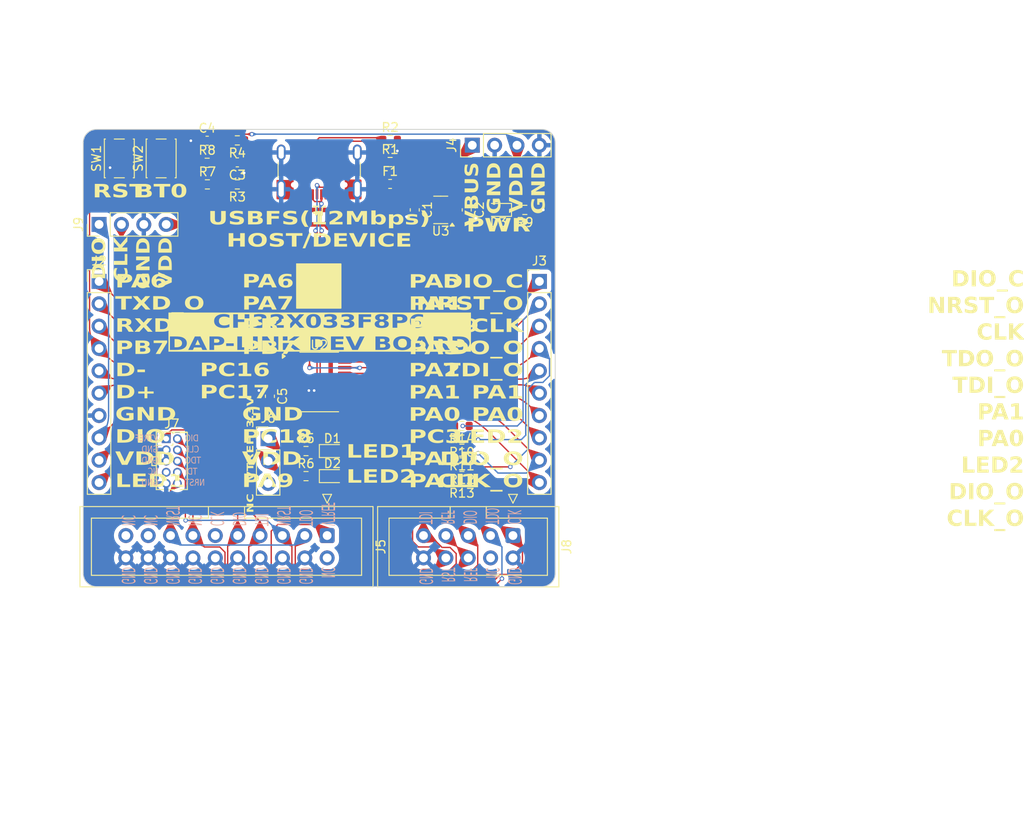
<source format=kicad_pcb>
(kicad_pcb (version 20240108) (generator "pcbnew") (generator_version "8.0")
  (layers (0 "F.Cu" signal) (31 "B.Cu" signal) (34 "B.Paste" user) (35 "F.Paste" user) (36 "B.SilkS" user "B.Silkscreen") (37 "F.SilkS" user "F.Silkscreen") (38 "B.Mask" user) (39 "F.Mask" user) (44 "Edge.Cuts" user))
  (net 0 "")
  (net 1 "/dap_link_x033/VBUS_DAP")
  (net 2 "/dap_link_x033/GND_DAP")
  (net 3 "/dap_link_x033/VDD_DAP")
  (net 4 "/dap_link_x033/VBUS_IN")
  (net 6 "/dap_link_x033/D+")
  (net 8 "/dap_link_x033/D-")
  (net 9 "Net-(J1-CC2)")
  (net 10 "Net-(J1-CC1)")
  (net 11 "/dap_link_x033/LED1")
  (net 12 "/dap_link_x033/RXD_O")
  (net 13 "/dap_link_x033/TXD_O")
  (net 14 "/dap_link_x033/DIO")
  (net 15 "/dap_link_x033/PA6_RESERVE")
  (net 16 "/dap_link_x033/PB7_RESERVE")
  (net 17 "/dap_link_x033/TDI_O")
  (net 18 "/dap_link_x033/DIO_C")
  (net 19 "/dap_link_x033/TDO_O")
  (net 20 "/dap_link_x033/PA0_RESERVE")
  (net 21 "/dap_link_x033/CLK")
  (net 22 "/dap_link_x033/NRST_O")
  (net 23 "/dap_link_x033/PA1_RESERVE")
  (net 24 "/dap_link_x033/DIO_O")
  (net 25 "/dap_link_x033/LED2")
  (net 26 "/dap_link_x033/CLK_O")
  (net 27 "Net-(D1-K)")
  (net 28 "Net-(D2-K)")
  (net 29 "Net-(R3-Pad1)")
  (net 30 "Net-(R7-Pad1)")
  (net 31 "Net-(D3-K)")
  (net 37 "/dap_link_x033/VTREF")
  (net 40 "Net-(C4-Pad2)")
  (net 41 "/dap_link_x033/TDO_OO")
  (net 42 "/dap_link_x033/DIO_OO")
  (net 43 "/dap_link_x033/NRST_OO")
  (net 44 "/dap_link_x033/TDI_OO")
  (footprint "Resistor_SMD:R_0603_1608Metric" (layer "F.Cu") (at 158.33 72.1 180)
    (property "Reference" "R11")
    (property "Value" "33R")
  )
  (footprint "Resistor_SMD:R_0603_1608Metric" (layer "F.Cu") (at 132.83 36.55 180)
    (property "Reference" "R4")
    (property "Value" "10k")
  )
  (footprint "Resistor_SMD:R_0603_1608Metric" (layer "F.Cu") (at 165.48 44.45 180)
    (property "Reference" "R9")
    (property "Value" "5.1k")
  )
  (footprint "Capacitor_SMD:C_0603_1608Metric" (layer "F.Cu") (at 129.405 36.59)
    (property "Reference" "C4")
    (property "Value" "100nF")
  )
  (footprint "Resistor_SMD:R_0603_1608Metric" (layer "F.Cu") (at 150.18 36.5)
    (property "Reference" "R2")
    (property "Value" "5.1k")
  )
  (footprint "Connector_PinHeader_2.54mm:PinHeader_1x03_P2.54mm_Vertical" (layer "F.Cu") (at 136.33 70.45)
    (property "Reference" "J6")
    (property "Value" "Conn_01x03_Pin")
  )
  (footprint "Resistor_SMD:R_0603_1608Metric" (layer "F.Cu") (at 129.43 41.55)
    (property "Reference" "R7")
    (property "Value" "1k")
  )
  (footprint "Resistor_SMD:R_0603_1608Metric" (layer "F.Cu") (at 132.83 41.55 180)
    (property "Reference" "R3")
    (property "Value" "1k")
  )
  (footprint "Connector_USB:USB_C_Receptacle_GCT_USB4105-xx-A_16P_TopMnt_Horizontal" (layer "F.Cu") (at 142.13 39 180)
    (property "Reference" "J1")
    (property "Value" "USB_C_Receptacle_USB2.0_16P")
  )
  (footprint "LED_SMD:LED_0603_1608Metric" (layer "F.Cu") (at 143.63 71.85)
    (property "Reference" "D1")
    (property "Value" "LED")
  )
  (footprint "Connector_IDC:IDC-Header_2x10_P2.54mm_Vertical" (layer "F.Cu") (at 143.03 81.45 -90)
    (property "Reference" "J5")
    (property "Value" "Conn_ARM_JTAG_SWD_20")
  )
  (footprint "Capacitor_SMD:C_0603_1608Metric" (layer "F.Cu") (at 136.53 65.625 -90)
    (property "Reference" "C5")
    (property "Value" "100nF")
  )
  (footprint "LED_SMD:LED_0603_1608Metric" (layer "F.Cu") (at 162.48 44.45 180)
    (property "Reference" "D3")
    (property "Value" "LED")
  )
  (footprint "Resistor_SMD:R_0603_1608Metric" (layer "F.Cu") (at 158.33 73.65 180)
    (property "Reference" "R12")
    (property "Value" "33R")
  )
  (footprint "Connector_PinHeader_2.54mm:PinHeader_1x10_P2.54mm_Vertical" (layer "F.Cu") (at 167.130001 52.575)
    (property "Reference" "J3")
    (property "Value" "Conn_01x10")
  )
  (footprint "Resistor_SMD:R_0603_1608Metric" (layer "F.Cu") (at 150.18 39.01)
    (property "Reference" "R1")
    (property "Value" "5.1k")
  )
  (footprint "Capacitor_SMD:C_0603_1608Metric" (layer "F.Cu") (at 158.88 44.45 -90)
    (property "Reference" "C2")
    (property "Value" "1uF")
  )
  (footprint "Connector_IDC:IDC-Header_2x05_P2.54mm_Vertical" (layer "F.Cu") (at 164.129999 81.4525 -90)
    (property "Reference" "J8")
    (property "Value" "Microsemi_FlashPro-JTAG-10")
  )
  (footprint "Package_TO_SOT_SMD:SOT-23-3" (layer "F.Cu") (at 155.93 44.45 180)
    (property "Reference" "U3")
    (property "Value" "XC6206PxxxMR")
  )
  (footprint "Button_Switch_SMD:SW_SPST_PTS810" (layer "F.Cu") (at 124.18 38.6 90)
    (property "Reference" "SW2")
    (property "Value" "Push_Button")
  )
  (footprint "Resistor_SMD:R_0603_1608Metric" (layer "F.Cu") (at 158.33 75.2 180)
    (property "Reference" "R13")
    (property "Value" "33R")
  )
  (footprint "Resistor_SMD:R_0603_1608Metric" (layer "F.Cu") (at 158.33 70.55 180)
    (property "Reference" "R10")
    (property "Value" "33R")
  )
  (footprint "Package_SO:TSSOP-20_4.4x6.5mm_P0.65mm" (layer "F.Cu") (at 142.13 64)
    (property "Reference" "U2")
    (property "Value" "CH32X033F8P6")
  )
  (footprint "Resistor_SMD:R_0603_1608Metric" (layer "F.Cu") (at 129.405 39.1)
    (property "Reference" "R8")
    (property "Value" "10k")
  )
  (footprint "Resistor_SMD:R_0603_1608Metric" (layer "F.Cu") (at 158.33 69 180)
    (property "Reference" "R14")
    (property "Value" "33R")
  )
  (footprint "Connector_PinHeader_2.54mm:PinHeader_1x10_P2.54mm_Vertical" (layer "F.Cu") (at 117.129999 52.575)
    (property "Reference" "J2")
    (property "Value" "Conn_01x10")
  )
  (footprint "Connector_PinHeader_2.54mm:PinHeader_1x04_P2.54mm_Vertical" (layer "F.Cu") (at 159.51 37.1 90)
    (property "Reference" "J4")
    (property "Value" "Conn_01x04")
  )
  (footprint "Resistor_SMD:R_0603_1608Metric" (layer "F.Cu") (at 140.63 74.7)
    (property "Reference" "R6")
    (property "Value" "5.1k")
  )
  (footprint "Capacitor_SMD:C_0603_1608Metric" (layer "F.Cu") (at 152.98 44.45 -90)
    (property "Reference" "C1")
    (property "Value" "1uF")
  )
  (footprint "Capacitor_SMD:C_0603_1608Metric" (layer "F.Cu") (at 132.83 39.05 180)
    (property "Reference" "C3")
    (property "Value" "100nF")
  )
  (footprint "Connector_PinHeader_2.54mm:PinHeader_1x04_P2.54mm_Vertical" (layer "F.Cu") (at 117.13 46.1 90)
    (property "Reference" "J9")
    (property "Value" "Conn_01x04")
  )
  (footprint "LED_SMD:LED_0603_1608Metric" (layer "F.Cu") (at 143.63 74.7)
    (property "Reference" "D2")
    (property "Value" "LED")
  )
  (footprint "Connector_PinHeader_1.27mm:PinHeader_2x05_P1.27mm_Vertical" (layer "F.Cu") (at 124.755 70.45)
    (property "Reference" "J7")
    (property "Value" "Conn_ARM_JTAG_SWD_10")
  )
  (footprint "Button_Switch_SMD:SW_SPST_PTS810" (layer "F.Cu") (at 119.43 38.6 90)
    (property "Reference" "SW1")
    (property "Value" "Push_Button")
  )
  (footprint "Fuse:Fuse_0603_1608Metric" (layer "F.Cu") (at 150.18 41.5)
    (property "Reference" "F1")
    (property "Value" "500mA")
  )
  (footprint "Resistor_SMD:R_0603_1608Metric" (layer "F.Cu") (at 140.63 71.85)
    (property "Reference" "R5")
    (property "Value" "5.1k")
  )
  (gr_rect (start 160.977555 43.05) (end 161.18 44.139792) (stroke (width 0.2)) (fill solid) (layer "F.Cu") (net 3))
  (gr_rect (start 119.98 35.8) (end 121.03 37.25) (stroke (width 0.2)) (fill solid) (layer "F.Cu") (net 29))
  (gr_circle (center 139.58 73.7) (end 139.63 73.6) (stroke (width 0.2)) (fill solid) (layer "F.Cu") (net 3))
  (gr_rect (start 119.98 40) (end 121.03 41.45) (stroke (width 0.2)) (fill solid) (layer "F.Cu") (net 29))
  (gr_rect (start 137.38 41.15) (end 139.13 43.15) (stroke (width 0.2)) (fill solid) (layer "F.Cu") (net 2))
  (gr_circle (center 160.78 43.7) (end 161.03 43.7) (stroke (width 0.2)) (fill solid) (layer "F.Cu") (net 3))
  (gr_circle (center 144.53 44.4) (end 144.88 44.1) (stroke (width 0.2)) (fill solid) (layer "F.Cu") (net 4))
  (gr_rect (start 122.58 35.775) (end 123.63 37.225) (stroke (width 0.2)) (fill solid) (layer "F.Cu") (net 40))
  (gr_rect (start 117.83 35.775) (end 118.88 37.225) (stroke (width 0.2)) (fill solid) (layer "F.Cu") (net 2))
  (gr_rect (start 124.73 35.8) (end 125.78 37.25) (stroke (width 0.2)) (fill solid) (layer "F.Cu") (net 30))
  (gr_rect (start 145.13 41.1) (end 146.83 43.15) (stroke (width 0.2)) (fill solid) (layer "F.Cu") (net 2))
  (gr_rect (start 117.83 39.675) (end 118.88 41.425) (stroke (width 0.2)) (fill solid) (layer "F.Cu") (net 2))
  (gr_rect (start 122.58 39.7) (end 123.63 41.45) (stroke (width 0.2)) (fill solid) (layer "F.Cu") (net 40))
  (gr_circle (center 141.68 80.15) (end 141.68 80.1) (stroke (width 0.2)) (fill solid) (layer "F.Cu") (net 37))
  (gr_circle (center 132.03 40.85) (end 132.03 40.7) (stroke (width 0.2)) (fill solid) (layer "F.Cu") (net 16))
  (gr_rect (start 124.73 40.025) (end 125.78 41.475) (stroke (width 0.2)) (fill solid) (layer "F.Cu") (net 30))
  (gr_circle (center 143.43 46.1) (end 143.88 45.65) (stroke (width 0.2)) (fill solid) (layer "F.Cu") (net 3))
  (gr_line (start 123.625 70.45) (end 123.625 71.21) (stroke (width 0.125)) (layer "F.SilkS"))
  (gr_line (start 123.13 72.500001) (end 123.63 72.5) (stroke (width 0.125)) (layer "F.SilkS"))
  (gr_line (start 124.755 69.69) (end 127.13 69.69) (stroke (width 0.125)) (layer "F.SilkS"))
  (gr_line (start 123.63 73.5) (end 123.13 73.499999) (stroke (width 0.125)) (layer "F.SilkS"))
  (gr_rect (start 139.58 50.6) (end 144.58 55.6) (stroke (width 0.15)) (fill solid) (layer "F.SilkS"))
  (gr_line (start 123.13 73.499999) (end 123.13 72.500001) (stroke (width 0.125)) (layer "F.SilkS"))
  (gr_line (start 115.33 85.75) (end 115.33 36.8) (stroke (width 0.1)) (layer "Edge.Cuts"))
  (gr_arc (start 115.33 36.8) (mid 115.76934 35.73934) (end 116.83 35.3) (stroke (width 0.1)) (layer "Edge.Cuts"))
  (gr_arc (start 167.43 35.3) (mid 168.49066 35.73934) (end 168.93 36.8) (stroke (width 0.1)) (layer "Edge.Cuts"))
  (gr_arc (start 168.93 85.75) (mid 168.49066 86.81066) (end 167.43 87.25) (stroke (width 0.1)) (layer "Edge.Cuts"))
  (gr_line (start 116.83 35.3) (end 167.43 35.3) (stroke (width 0.1)) (layer "Edge.Cuts"))
  (gr_arc (start 116.83 87.25) (mid 115.76934 86.81066) (end 115.33 85.75) (stroke (width 0.1)) (layer "Edge.Cuts"))
  (gr_line (start 168.93 36.8) (end 168.93 85.75) (stroke (width 0.1)) (layer "Edge.Cuts"))
  (gr_line (start 167.43 87.25) (end 116.83 87.25) (stroke (width 0.1)) (layer "Edge.Cuts"))
  (gr_text "NC\nGND\nGND\nGND\nGND\nGND\nGND\nGND\nGND\nGND" (at 131.68 85.05 270) (layer "B.SilkS") (effects (font (size 1.5 0.6) (thickness 0.1)) (justify right mirror)))
  (gr_text "VTREF\nGND\nGND\nNC\nGND" (at 123.88 72.95 0) (layer "B.SilkS") (effects (font (size 0.75 0.6)) (justify left mirror)))
  (gr_text "VTREF\nTDO\nNRST\nTDI\nDIO\nCLK\nNC\nNRST\nNC\nNC" (at 131.68 80.35 270) (layer "B.SilkS") (effects (font (size 1.5 0.6)) (justify left mirror)))
  (gr_text "GND\nNC\nREF\nRST\nGND" (at 159.18 85.1 270) (layer "B.SilkS") (effects (font (size 1.5 0.6) (thickness 0.1)) (justify right mirror)))
  (gr_text "CLK\nTDO\nDIO\nREF\nTDI" (at 159.13 80.15 270) (layer "B.SilkS") (effects (font (size 1.5 0.6)) (justify left mirror)))
  (gr_text "DIO\nCLK\nTDO\nTDI\nNRST" (at 126.88 72.95 0) (layer "B.SilkS") (effects (font (size 0.75 0.6)) (justify right mirror)))
  (gr_text "RST" (at 119.43 41.525 0) (layer "F.SilkS") (effects (font (size 1.5 2) (thickness 0.3) (bold yes)) (justify top)))
  (gr_text "BT0" (at 124.18 41.525 0) (layer "F.SilkS") (effects (font (size 1.5 2) (thickness 0.3) (bold yes)) (justify top)))
  (gr_text "PWR" (at 162.48 45.4 0) (layer "F.SilkS") (effects (font (size 1.5 2) (thickness 0.3) (bold yes)) (justify top)))
  (gr_text "USBFS(12Mbps)\nHOST/DEVICE" (at 142.13 44.6 0) (layer "F.SilkS") (effects (font (size 1.5 2) (thickness 0.3) (bold yes)) (justify top)))
  (gr_text "DIO\nCLK\nGND\nVDD" (at 120.98 47.55 90) (layer "F.SilkS") (effects (font (size 1.5 1.7) (thickness 0.3) (bold yes)) (justify right)))
  (gr_text "LED2" (at 145.205 74.825 0) (layer "F.SilkS") (effects (font (size 1.5 2) (thickness 0.3) (bold yes)) (justify left)))
  (gr_text "PA6		PA6\nTXD_O	PA7\nRXD_O	PB1\nPB7		PB7\nD-		PC16\nD+		PC17\nGND		GND\nDIO		PC18\nVDD		VDD\nLED1		PA9\n" (at 118.955 63.975 0) (layer "F.SilkS") (effects (font (size 1.5 2) (thickness 0.3) (bold yes)) (justify left)))
  (gr_text "CH32X033F8P6\nDAP-LINK DEV BOARD" (at 142.13 60.615 0) (layer "F.SilkS" knockout) (effects (font (size 1.5 2) (thickness 0.3) (bold yes)) (justify bottom)))
  (gr_text "LED1" (at 145.205 71.975 0) (layer "F.SilkS") (effects (font (size 1.5 2) (thickness 0.3) (bold yes)) (justify left)))
  (gr_text "   NC   VTREF  3.3V" (at 134.78 73 90) (layer "F.SilkS") (effects (font (size 0.75 1) (thickness 0.3) (bold yes)) (justify bottom)))
  (gr_text "DIO_C\nNRST_O\nCLK\nTDO_O\nTDI_O\nPA1\nPA0\nLED2\nDIO_O\nCLK_O" (at 222.18 66 0) (layer "F.SilkS") (effects (font (size 1.8 1.8) (thickness 0.3) (bold yes)) (justify right)))
  (gr_text "DIO_C\nNRST_O\nCLK\nTDO_O\nTDI_O\nPA1\nPA0\nLED2\nDIO_O\nCLK_O" (at 165.33 64 0) (layer "F.SilkS") (effects (font (size 1.5 2) (thickness 0.3) (bold yes)) (justify right)))
  (gr_text "VBUS\nGND\nVDD\nGND" (at 163.33 39.025 90) (layer "F.SilkS") (effects (font (size 1.5 1.7) (thickness 0.3) (bold yes)) (justify right)))
  (gr_text "PA5\nPA4\nPC19\nPA3\nPA2\nPA1\nPA0\nPC3\nPA10\nPA11" (at 152.28 64 0) (layer "F.SilkS") (effects (font (size 1.5 2) (thickness 0.3) (bold yes)) (justify left)))
  (segment (start 155.817627 40.762373) (end 159.48 37.1) (width 0.508) (layer "F.Cu") (net 1))
  (segment (start 151.260393 43.230393) (end 151.412107 43.382107) (width 0.508) (layer "F.Cu") (net 1))
  (segment (start 150.9675 41.5) (end 150.9675 42.523286) (width 0.508) (layer "F.Cu") (net 1))
  (segment (start 153.755 44.45) (end 152.98 43.675) (width 0.508) (layer "F.Cu") (net 1))
  (segment (start 154.7925 44.45) (end 154.7925 43.237247) (width 0.508) (layer "F.Cu") (net 1))
  (segment (start 154.7925 44.45) (end 153.755 44.45) (width 0.508) (layer "F.Cu") (net 1))
  (segment (start 159.48 37.1) (end 159.51 37.1) (width 0.508) (layer "F.Cu") (net 1))
  (segment (start 152.119214 43.675) (end 152.98 43.675) (width 0.508) (layer "F.Cu") (net 1))
  (arc (start 155.817627 40.762373) (mid 155.058922 41.897855) (end 154.7925 43.237247) (width 0.508) (layer "F.Cu") (net 1))
  (arc (start 151.260393 43.230393) (mid 151.04362 42.90597) (end 150.9675 42.523286) (width 0.508) (layer "F.Cu") (net 1))
  (arc (start 152.119214 43.675) (mid 151.736531 43.59888) (end 151.412107 43.382107) (width 0.508) (layer "F.Cu") (net 1))
  (segment (start 158.88 45.225) (end 159.055 45.4) (width 0.508) (layer "F.Cu") (net 2))
  (segment (start 152.98 45.225) (end 152.03 45.225) (width 0.508) (layer "F.Cu") (net 2))
  (segment (start 151.005 39.01) (end 151.005 36.5) (width 0.1524) (layer "F.Cu") (net 2))
  (segment (start 139.2675 64.975) (end 135.28 64.975) (width 0.1524) (layer "F.Cu") (net 2))
  (segment (start 159.055 45.4) (end 159.905 45.4) (width 0.508) (layer "F.Cu") (net 2))
  (segment (start 128.63 36.59) (end 127.554142 36.59) (width 0.1524) (layer "F.Cu") (net 2))
  (segment (start 133.605 39.05) (end 133.605 40.25) (width 0.1524) (layer "F.Cu") (net 2))
  (segment (start 166.305 44.45) (end 167.58 44.45) (width 0.1524) (layer "F.Cu") (net 2))
  (segment (start 158.705001 45.399999) (end 158.88 45.225) (width 0.508) (layer "F.Cu") (net 2))
  (segment (start 139.2675 64.975) (end 140.955 64.975) (width 0.508) (layer "F.Cu") (net 2))
  (segment (start 140.955 64.975) (end 141.555003 64.975) (width 0.508) (layer "F.Cu") (net 2))
  (segment (start 157.0675 45.399999) (end 158.705001 45.399999) (width 0.508) (layer "F.Cu") (net 2))
  (via (at 151.005 37.75) (size 0.5) (drill 0.3) (layers "F.Cu" "B.Cu") (net 2))
  (via (at 152.03 45.225) (size 0.5) (drill 0.3) (layers "F.Cu" "B.Cu") (net 2))
  (via (at 118.38 39.65) (size 0.5) (drill 0.3) (layers "F.Cu" "B.Cu") (net 2))
  (via (at 141.555003 64.975) (size 0.5) (drill 0.3) (layers "F.Cu" "B.Cu") (net 2))
  (via (at 127.554142 36.59) (size 0.5) (drill 0.3) (layers "F.Cu" "B.Cu") (net 2))
  (via (at 167.58 44.45) (size 0.5) (drill 0.3) (layers "F.Cu" "B.Cu") (net 2))
  (via (at 133.605 40.25) (size 0.5) (drill 0.3) (layers "F.Cu" "B.Cu") (net 2))
  (via (at 135.28 64.975) (size 0.5) (drill 0.3) (layers "F.Cu" "B.Cu") (net 2))
  (via (at 140.955 64.975) (size 0.5) (drill 0.3) (layers "F.Cu" "B.Cu") (net 2))
  (via (at 159.905 45.4) (size 0.5) (drill 0.3) (layers "F.Cu" "B.Cu") (net 2))
  (arc (start 127.554142 36.59) (mid 127.541077 36.592599) (end 127.53 36.6) (width 0.1524) (layer "F.Cu") (net 2))
  (segment (start 134.4264 35.8464) (end 132.7086 35.8464) (width 0.1524) (layer "F.Cu") (net 3))
  (segment (start 140.21393 73.06607) (end 139.58 73.7) (width 0.1524) (layer "F.Cu") (net 3))
  (segment (start 158.88 43.675) (end 157.242499 43.675) (width 0.508) (layer "F.Cu") (net 3))
  (segment (start 143.63717 75.48033) (end 144.4175 74.7) (width 0.1524) (layer "F.Cu") (net 3))
  (segment (start 158.88 43.675) (end 160.405 43.675) (width 0.508) (layer "F.Cu") (net 3))
  (segment (start 144.4175 71.85) (end 144.4175 73.225) (width 0.1524) (layer "F.Cu") (net 3))
  (segment (start 127.892135 66.275) (end 139.2675 66.275) (width 0.1524) (layer "F.Cu") (net 3))
  (segment (start 134.48 35.85) (end 134.43 35.85) (width 0.1524) (layer "F.Cu") (net 3))
  (segment (start 164.589999 39.490001) (end 164.589999 37.1) (width 0.508) (layer "F.Cu") (net 3))
  (segment (start 161.18 44.45) (end 160.405 43.675) (width 0.1524) (layer "F.Cu") (net 3))
  (segment (start 139.79066 75.7) (end 143.10684 75.7) (width 0.1524) (layer "F.Cu") (net 3))
  (segment (start 117.129999 72.895) (end 120.821067 69.203932) (width 0.1524) (layer "F.Cu") (net 3))
  (segment (start 161.692499 44.45) (end 161.18 44.45) (width 0.1524) (layer "F.Cu") (net 3))
  (segment (start 143.43 64.72868) (end 143.43 46.1) (width 0.508) (layer "F.Cu") (net 3))
  (segment (start 142.94434 65.83566) (end 142.99066 65.78934) (width 0.508) (layer "F.Cu") (net 3))
  (segment (start 140.38 66.275) (end 140.4336 66.3286) (width 0.1524) (layer "F.Cu") (net 3))
  (segment (start 139.58 73.7) (end 139.09967 74.18033) (width 0.1524) (layer "F.Cu") (net 3))
  (segment (start 140.4336 66.3286) (end 140.4336 72.53574) (width 0.1524) (layer "F.Cu") (net 3))
  (segment (start 155.621153 45.074873) (end 157.0675 43.628526) (width 0.508) (layer "F.Cu") (net 3))
  (segment (start 134.43 35.85) (end 134.4264 35.8464) (width 0.1524) (layer "F.Cu") (net 3))
  (segment (start 160.405 43.675) (end 164.589999 39.490001) (width 0.508) (layer "F.Cu") (net 3))
  (segment (start 157.0675 43.628526) (end 157.0675 43.500001) (width 0.508) (layer "F.Cu") (net 3))
  (segment (start 124.75 46.1) (end 124.75 46.5) (width 0.508) (layer "F.Cu") (net 3))
  (segment (start 143.43 46.1) (end 153.146279 46.1) (width 0.508) (layer "F.Cu") (net 3))
  (segment (start 138.88 74.71066) (end 138.88 74.78934) (width 0.1524) (layer "F.Cu") (net 3))
  (segment (start 131.456992 37.873008) (end 130.23 39.1) (width 0.1524) (layer "F.Cu") (net 3))
  (segment (start 157.242499 43.675) (end 157.0675 43.500001) (width 0.508) (layer "F.Cu") (net 3))
  (segment (start 140.38 66.275) (end 139.2675 66.275) (width 0.508) (layer "F.Cu") (net 3))
  (segment (start 132.7086 35.8464) (end 132.005 36.55) (width 0.1524) (layer "F.Cu") (net 3))
  (segment (start 139.09967 75.31967) (end 139.26033 75.48033) (width 0.1524) (layer "F.Cu") (net 3))
  (segment (start 136.33 70.45) (end 139.58 73.7) (width 0.1524) (layer "F.Cu") (net 3))
  (segment (start 143.43 46.1) (end 124.75 46.1) (width 0.508) (layer "F.Cu") (net 3))
  (segment (start 140.38 66.275) (end 141.88368 66.275) (width 0.508) (layer "F.Cu") (net 3))
  (segment (start 144.4175 73.225) (end 144.4175 74.7) (width 0.1524) (layer "F.Cu") (net 3))
  (via (at 134.48 35.85) (size 0.5) (drill 0.3) (layers "F.Cu" "B.Cu") (net 3))
  (arc (start 140.4336 72.53574) (mid 140.37651 72.822753) (end 140.21393 73.06607) (width 0.1524) (layer "F.Cu") (net 3))
  (arc (start 132.005 36.55) (mid 131.862577 37.266007) (end 131.456992 37.873008) (width 0.1524) (layer "F.Cu") (net 3))
  (arc (start 141.88368 66.275) (mid 142.457705 66.160819) (end 142.94434 65.83566) (width 0.508) (layer "F.Cu") (net 3))
  (arc (start 153.146279 46.1) (mid 154.485671 45.833578) (end 155.621153 45.074873) (width 0.508) (layer "F.Cu") (net 3))
  (arc (start 127.892135 66.275) (mid 124.065301 67.036205) (end 120.821067 69.203932) (width 0.1524) (layer "F.Cu") (net 3))
  (arc (start 139.09967 74.18033) (mid 138.93709 74.423647) (end 138.88 74.71066) (width 0.1524) (layer "F.Cu") (net 3))
  (arc (start 143.10684 75.7) (mid 143.393853 75.64291) (end 143.63717 75.48033) (width 0.1524) (layer "F.Cu") (net 3))
  (arc (start 139.09967 75.31967) (mid 138.93709 75.076353) (end 138.88 74.78934) (width 0.1524) (layer "F.Cu") (net 3))
  (arc (start 139.26033 75.48033) (mid 139.503647 75.64291) (end 139.79066 75.7) (width 0.1524) (layer "F.Cu") (net 3))
  (arc (start 142.99066 65.78934) (mid 143.315819 65.302705) (end 143.43 64.72868) (width 0.508) (layer "F.Cu") (net 3))
  (segment (start 134.4864 35.8436) (end 134.48 35.85) (width 0.1524) (layer "B.Cu") (net 3))
  (segment (start 163.333599 35.8436) (end 134.4864 35.8436) (width 0.1524) (layer "B.Cu") (net 3))
  (segment (start 164.589999 37.1) (end 163.333599 35.8436) (width 0.1524) (layer "B.Cu") (net 3))
  (segment (start 144.53 44.45) (end 140.18 44.45) (width 0.508) (layer "F.Cu") (net 4))
  (segment (start 144.53 42.68) (end 144.53 43.47508) (width 0.508) (layer "F.Cu") (net 4))
  (segment (start 144.53 44.45) (end 147.415786 44.45) (width 0.508) (layer "F.Cu") (net 4))
  (segment (start 140.18 44.45) (end 139.73 44) (width 0.508) (layer "F.Cu") (net 4))
  (segment (start 148.122893 44.157107) (end 149.099607 43.180393) (width 0.508) (layer "F.Cu") (net 4))
  (segment (start 149.3925 42.473286) (end 149.3925 41.5) (width 0.508) (layer "F.Cu") (net 4))
  (segment (start 144.53 43.47508) (end 144.53 44.45) (width 0.508) (layer "F.Cu") (net 4))
  (segment (start 139.73 44) (end 139.73 42.68) (width 0.508) (layer "F.Cu") (net 4))
  (arc (start 149.3925 42.473286) (mid 149.31638 42.855969) (end 149.099607 43.180393) (width 0.508) (layer "F.Cu") (net 4))
  (arc (start 147.415786 44.45) (mid 147.798469 44.37388) (end 148.122893 44.157107) (width 0.508) (layer "F.Cu") (net 4))
  (segment (start 137.783553 64.325) (end 139.2675 64.325) (width 0.1524) (layer "F.Cu") (net 6))
  (segment (start 142.38 43.5) (end 142.38 42.68) (width 0.1524) (layer "F.Cu") (net 6))
  (segment (start 141.38 43.254999) (end 141.625001 43.5) (width 0.1524) (layer "F.Cu") (net 6))
  (segment (start 140.520951 64.1778) (end 140.373751 64.325) (width 0.1524) (layer "F.Cu") (net 6))
  (segment (start 135.908553 64.1) (end 137.351447 64.1) (width 0.1524) (layer "F.Cu") (net 6))
  (segment (start 119.32264 64.325) (end 135.476447 64.325) (width 0.1524) (layer "F.Cu") (net 6))
  (segment (start 142.4094 46.812947) (end 142.235601 46.986746) (width 0.1524) (layer "F.Cu") (net 6))
  (segment (start 142.235601 63.345847) (end 141.403648 64.1778) (width 0.1524) (layer "F.Cu") (net 6))
  (segment (start 142.235601 46.986746) (end 142.235601 63.345847) (width 0.1524) (layer "F.Cu") (net 6))
  (segment (start 142.38 42.68) (end 142.38 43.75) (width 0.1524) (layer "F.Cu") (net 6))
  (segment (start 141.403648 64.1778) (end 140.520951 64.1778) (width 0.1524) (layer "F.Cu") (net 6))
  (segment (start 137.528224 64.173224) (end 137.606777 64.251777) (width 0.1524) (layer "F.Cu") (net 6))
  (segment (start 141.625001 43.5) (end 142.38 43.5) (width 0.1524) (layer "F.Cu") (net 6))
  (segment (start 141.38 42.68) (end 141.38 43.254999) (width 0.1524) (layer "F.Cu") (net 6))
  (segment (start 117.129999 65.275) (end 117.20132 65.203679) (width 0.1524) (layer "F.Cu") (net 6))
  (segment (start 135.653224 64.251776) (end 135.731777 64.173223) (width 0.1524) (layer "F.Cu") (net 6))
  (segment (start 140.373751 64.325) (end 139.2675 64.325) (width 0.1524) (layer "F.Cu") (net 6))
  (via (at 142.4094 46.812947) (size 0.5) (drill 0.3) (layers "F.Cu" "B.Cu") (net 6))
  (via (at 142.38 43.75) (size 0.5) (drill 0.3) (layers "F.Cu" "B.Cu") (net 6))
  (arc (start 137.783553 64.325) (mid 137.687882 64.30597) (end 137.606777 64.251777) (width 0.1524) (layer "F.Cu") (net 6))
  (arc (start 137.351447 64.1) (mid 137.447118 64.11903) (end 137.528224 64.173224) (width 0.1524) (layer "F.Cu") (net 6))
  (arc (start 135.476447 64.325) (mid 135.572118 64.30597) (end 135.653224 64.251776) (width 0.1524) (layer "F.Cu") (net 6))
  (arc (start 119.32264 64.325) (mid 118.17459 64.553361) (end 117.20132 65.203679) (width 0.1524) (layer "F.Cu") (net 6))
  (arc (start 135.908553 64.1) (mid 135.812882 64.11903) (end 135.731777 64.173223) (width 0.1524) (layer "F.Cu") (net 6))
  (segment (start 142.235601 45.983024) (end 142.235601 46.639148) (width 0.1524) (layer "B.Cu") (net 6))
  (segment (start 142.235601 46.639148) (end 142.4094 46.812947) (width 0.1524) (layer "B.Cu") (net 6))
  (segment (start 142.2356 43.8944) (end 142.2356 45.983023) (width 0.1524) (layer "B.Cu") (net 6))
  (segment (start 142.38 43.75) (end 142.2356 43.8944) (width 0.1524) (layer "B.Cu") (net 6))
  (segment (start 142.2356 45.983023) (end 142.235601 45.983024) (width 0.1524) (layer "B.Cu") (net 6))
  (segment (start 141.88 42.68) (end 141.88 41.65) (width 0.1524) (layer "F.Cu") (net 8))
  (segment (start 141.88 41.8764) (end 141.88 42.68) (width 0.1524) (layer "F.Cu") (net 8))
  (segment (start 142.88 42.68) (end 142.88 42.105001) (width 0.1524) (layer "F.Cu") (net 8))
  (segment (start 141.7062 46.812947) (end 141.879999 46.986746) (width 0.1524) (layer "F.Cu") (net 8))
  (segment (start 140.373751 63.675) (end 139.2675 63.675) (width 0.1524) (layer "F.Cu") (net 8))
  (segment (start 140.520951 63.8222) (end 140.373751 63.675) (width 0.1524) (layer "F.Cu") (net 8))
  (segment (start 139.2675 63.675) (end 119.31264 63.675) (width 0.1524) (layer "F.Cu") (net 8))
  (segment (start 141.879999 46.986746) (end 141.879999 63.198553) (width 0.1524) (layer "F.Cu") (net 8))
  (segment (start 142.88 42.105001) (end 142.651399 41.8764) (width 0.1524) (layer "F.Cu") (net 8))
  (segment (start 141.879999 63.198553) (end 141.256352 63.8222) (width 0.1524) (layer "F.Cu") (net 8))
  (segment (start 142.651399 41.8764) (end 141.88 41.8764) (width 0.1524) (layer "F.Cu") (net 8))
  (segment (start 141.256352 63.8222) (end 140.520951 63.8222) (width 0.1524) (layer "F.Cu") (net 8))
  (segment (start 117.191319 62.79632) (end 117.129999 62.735) (width 0.1524) (layer "F.Cu") (net 8))
  (via (at 141.7062 46.812947) (size 0.5) (drill 0.3) (layers "F.Cu" "B.Cu") (net 8))
  (via (at 141.88 41.65) (size 0.5) (drill 0.3) (layers "F.Cu" "B.Cu") (net 8))
  (arc (start 117.191319 62.79632) (mid 118.164589 63.446639) (end 119.31264 63.675) (width 0.1524) (layer "F.Cu") (net 8))
  (segment (start 141.879999 45.983024) (end 141.879999 46.639148) (width 0.1524) (layer "B.Cu") (net 8))
  (segment (start 141.88 41.65) (end 141.88 45.983023) (width 0.1524) (layer "B.Cu") (net 8))
  (segment (start 141.88 45.983023) (end 141.879999 45.983024) (width 0.1524) (layer "B.Cu") (net 8))
  (segment (start 141.879999 46.639148) (end 141.7062 46.812947) (width 0.1524) (layer "B.Cu") (net 8))
  (segment (start 149.105 36.25) (end 142.13 36.25) (width 0.1524) (layer "F.Cu") (net 9))
  (segment (start 140.38 38) (end 140.38 42.68) (width 0.1524) (layer "F.Cu") (net 9))
  (segment (start 142.13 36.25) (end 140.38 38) (width 0.1524) (layer "F.Cu") (net 9))
  (segment (start 149.355 36.5) (end 149.105 36.25) (width 0.1524) (layer "F.Cu") (net 9))
  (segment (start 143.38 38) (end 143.38 42.679999) (width 0.1524) (layer "F.Cu") (net 10))
  (segment (start 147.08 36.65) (end 144.73 36.65) (width 0.1524) (layer "F.Cu") (net 10))
  (segment (start 144.73 36.65) (end 143.38 38) (width 0.1524) (layer "F.Cu") (net 10))
  (segment (start 149.355 38.925) (end 147.08 36.65) (width 0.1524) (layer "F.Cu") (net 10))
  (segment (start 149.355 39.01) (end 149.355 38.925) (width 0.1524) (layer "F.Cu") (net 10))
  (segment (start 139.2675 66.925) (end 137.783553 66.925) (width 0.1524) (layer "F.Cu") (net 11))
  (segment (start 122.711067 69.853932) (end 117.129999 75.435) (width 0.1524) (layer "F.Cu") (net 11))
  (segment (start 137.351447 67.15) (end 135.883553 67.15) (width 0.1524) (layer "F.Cu") (net 11))
  (segment (start 135.451447 66.925) (end 129.782135 66.925) (width 0.1524) (layer "F.Cu") (net 11))
  (segment (start 139.755 66.925) (end 139.2675 66.925) (width 0.1524) (layer "F.Cu") (net 11))
  (segment (start 137.606776 66.998224) (end 137.528223 67.076777) (width 0.1524) (layer "F.Cu") (net 11))
  (segment (start 135.706776 67.076776) (end 135.628223 66.998223) (width 0.1524) (layer "F.Cu") (net 11))
  (segment (start 139.805 71.85) (end 139.805 66.975) (width 0.1524) (layer "F.Cu") (net 11))
  (segment (start 139.805 66.975) (end 139.755 66.925) (width 0.1524) (layer "F.Cu") (net 11))
  (arc (start 137.783553 66.925) (mid 137.687882 66.94403) (end 137.606776 66.998224) (width 0.1524) (layer "F.Cu") (net 11))
  (arc (start 135.883553 67.15) (mid 135.787882 67.13097) (end 135.706776 67.076776) (width 0.1524) (layer "F.Cu") (net 11))
  (arc (start 129.782135 66.925) (mid 125.955301 67.686205) (end 122.711067 69.853932) (width 0.1524) (layer "F.Cu") (net 11))
  (arc (start 135.451447 66.925) (mid 135.547118 66.94403) (end 135.628223 66.998223) (width 0.1524) (layer "F.Cu") (net 11))
  (arc (start 137.351447 67.15) (mid 137.447118 67.13097) (end 137.528223 67.076777) (width 0.1524) (layer "F.Cu") (net 11))
  (segment (start 125.992135 62.375) (end 139.2675 62.375) (width 0.1524) (layer "F.Cu") (net 12))
  (segment (start 117.129999 57.655) (end 118.921067 59.446068) (width 0.1524) (layer "F.Cu") (net 12))
  (arc (start 118.921067 59.446068) (mid 122.165301 61.613796) (end 125.992135 62.375) (width 0.1524) (layer "F.Cu") (net 12))
  (segment (start 120.811067 58.796068) (end 117.129999 55.115) (width 0.1524) (layer "F.Cu") (net 13))
  (segment (start 139.2675 61.725) (end 127.882135 61.725) (width 0.1524) (layer "F.Cu") (net 13))
  (arc (start 127.882135 61.725) (mid 124.055301 60.963795) (end 120.811067 58.796068) (width 0.1524) (layer "F.Cu") (net 13))
  (segment (start 139.2675 65.625) (end 126.002135 65.625) (width 0.1524) (layer "F.Cu") (net 14))
  (segment (start 118.931067 68.553932) (end 117.129999 70.355) (width 0.1524) (layer "F.Cu") (net 14))
  (arc (start 126.002135 65.625) (mid 122.175301 66.386205) (end 118.931067 68.553932) (width 0.1524) (layer "F.Cu") (net 14))
  (segment (start 117.690368 46.660368) (end 117.13 46.1) (width 0.1524) (layer "B.Cu") (net 14))
  (segment (start 117.129999 70.355) (end 117.183472 70.301527) (width 0.1524) (layer "B.Cu") (net 14))
  (segment (start 118.208599 67.826653) (end 118.208599 47.911489) (width 0.1524) (layer "B.Cu") (net 14))
  (arc (start 117.183472 70.301527) (mid 117.942177 69.166045) (end 118.208599 67.826653) (width 0.1524) (layer "B.Cu") (net 14))
  (arc (start 117.690368 46.660368) (mid 118.073915 47.234387) (end 118.208599 47.911489) (width 0.1524) (layer "B.Cu") (net 14))
  (segment (start 122.701067 58.146068) (end 117.129999 52.575) (width 0.1524) (layer "F.Cu") (net 15))
  (segment (start 139.2675 61.075) (end 129.772135 61.075) (width 0.1524) (layer "F.Cu") (net 15))
  (arc (start 129.772135 61.075) (mid 125.945301 60.313795) (end 122.701067 58.146068) (width 0.1524) (layer "F.Cu") (net 15))
  (segment (start 134.2836 41.053601) (end 133.979999 40.75) (width 0.1524) (layer "F.Cu") (net 16))
  (segment (start 132.055 39.075) (end 132.005 39.125) (width 0.1524) (layer "F.Cu") (net 16))
  (segment (start 116.051399 57.873759) (end 116.051399 44.646368) (width 0.1524) (layer "F.Cu") (net 16))
  (segment (start 132.055 39.05) (end 132.055 39.075) (width 0.1524) (layer "F.Cu") (net 16))
  (segment (start 132.005 39.125) (end 132.005 40.75) (width 0.1524) (layer "F.Cu") (net 16))
  (segment (start 132.005 40.75) (end 132.005 41.55) (width 0.1524) (layer "F.Cu") (net 16))
  (segment (start 133.93 43.25) (end 134.2836 42.8964) (width 0.1524) (layer "F.Cu") (net 16))
  (segment (start 133.655 37.4) (end 133.655 37.45) (width 0.1524) (layer "F.Cu") (net 16))
  (segment (start 116.417516 43.762484) (end 116.563884 43.616116) (width 0.1524) (layer "F.Cu") (net 16))
  (segment (start 122.859494 63.025) (end 139.2675 63.025) (width 0.1524) (layer "F.Cu") (net 16))
  (segment (start 117.129999 60.195) (end 117.909747 60.974748) (width 0.1524) (layer "F.Cu") (net 16))
  (segment (start 133.979999 40.75) (end 132.005 40.75) (width 0.1524) (layer "F.Cu") (net 16))
  (segment (start 133.655 36.55) (end 133.655 37.4) (width 0.1524) (layer "F.Cu") (net 16))
  (segment (start 117.129999 60.195) (end 116.930078 59.995079) (width 0.1524) (layer "F.Cu") (net 16))
  (segment (start 133.655 37.45) (end 132.055 39.05) (width 0.1524) (layer "F.Cu") (net 16))
  (segment (start 134.2836 42.8964) (end 134.2836 41.053601) (width 0.1524) (layer "F.Cu") (net 16))
  (segment (start 117.447767 43.25) (end 133.93 43.25) (width 0.1524) (layer "F.Cu") (net 16))
  (arc (start 116.563884 43.616116) (mid 116.969413 43.34515) (end 117.447767 43.25) (width 0.1524) (layer "F.Cu") (net 16))
  (arc (start 122.859494 63.025) (mid 120.18071 62.492157) (end 117.909747 60.974748) (width 0.1524) (layer "F.Cu") (net 16))
  (arc (start 116.930078 59.995079) (mid 116.27976 59.021809) (end 116.051399 57.873759) (width 0.1524) (layer "F.Cu") (net 16))
  (arc (start 116.051399 44.646368) (mid 116.14655 44.168013) (end 116.417516 43.762484) (width 0.1524) (layer "F.Cu") (net 16))
  (segment (start 167.130001 62.735) (end 167.06868 62.796321) (width 0.1524) (layer "F.Cu") (net 17))
  (segment (start 159.155 70.55) (end 160.18 70.55) (width 0.1524) (layer "F.Cu") (net 17))
  (segment (start 164.94736 63.675) (end 144.9925 63.675) (width 0.1524) (layer "F.Cu") (net 17))
  (via (at 160.18 70.55) (size 0.5) (drill 0.3) (layers "F.Cu" "B.Cu") (net 17))
  (arc (start 167.06868 62.796321) (mid 166.09541 63.446639) (end 164.94736 63.675) (width 0.1524) (layer "F.Cu") (net 17))
  (segment (start 165.08 70.55) (end 165.58 70.05) (width 0.1524) (layer "B.Cu") (net 17))
  (segment (start 165.58 70.05) (end 165.58 64.285001) (width 0.1524) (layer "B.Cu") (net 17))
  (segment (start 160.18 70.55) (end 165.08 70.55) (width 0.1524) (layer "B.Cu") (net 17))
  (segment (start 165.58 64.285001) (end 167.130001 62.735) (width 0.1524) (layer "B.Cu") (net 17))
  (segment (start 144.9925 61.075) (end 154.487865 61.075) (width 0.1524) (layer "F.Cu") (net 18))
  (segment (start 161.558933 58.146068) (end 167.130001 52.575) (width 0.1524) (layer "F.Cu") (net 18))
  (arc (start 161.558933 58.146068) (mid 158.314699 60.313796) (end 154.487865 61.075) (width 0.1524) (layer "F.Cu") (net 18))
  (segment (start 166.350254 60.974747) (end 167.130001 60.195) (width 0.1524) (layer "F.Cu") (net 19))
  (segment (start 144.9925 63.025) (end 161.400506 63.025) (width 0.1524) (layer "F.Cu") (net 19))
  (segment (start 163.83 73.65) (end 159.155 73.65) (width 0.1524) (layer "F.Cu") (net 19))
  (via (at 163.83 73.65) (size 0.5) (drill 0.3) (layers "F.Cu" "B.Cu") (net 19))
  (arc (start 166.350254 60.974747) (mid 164.07929 62.492157) (end 161.400506 63.025) (width 0.1524) (layer "F.Cu") (net 19))
  (segment (start 165.8848 71.5952) (end 165.8848 64.7452) (width 0.1524) (layer "B.Cu") (net 19))
  (segment (start 163.83 73.65) (end 165.8848 71.5952) (width 0.1524) (layer "B.Cu") (net 19))
  (segment (start 168.28 63.3) (end 168.28 61.344999) (width 0.1524) (layer "B.Cu") (net 19))
  (segment (start 166.58 64.05) (end 167.53 64.05) (width 0.1524) (layer "B.Cu") (net 19))
  (segment (start 168.28 61.344999) (end 167.130001 60.195) (width 0.1524) (layer "B.Cu") (net 19))
  (segment (start 165.8848 64.7452) (end 166.58 64.05) (width 0.1524) (layer "B.Cu") (net 19))
  (segment (start 167.53 64.05) (end 168.28 63.3) (width 0.1524) (layer "B.Cu") (net 19))
  (segment (start 161.390506 64.975) (end 144.9925 64.975) (width 0.1524) (layer "F.Cu") (net 20))
  (segment (start 167.130001 67.815) (end 166.340253 67.025252) (width 0.1524) (layer "F.Cu") (net 20))
  (arc (start 161.390506 64.975) (mid 164.06929 65.507843) (end 166.340253 67.025252) (width 0.1524) (layer "F.Cu") (net 20))
  (segment (start 119.672526 46.102526) (end 119.67 46.1) (width 0.1524) (layer "F.Cu") (net 21))
  (segment (start 162.681757 85.8714) (end 161.957957 86.5952) (width 0.1524) (layer "F.Cu") (net 21))
  (segment (start 167.130001 57.655) (end 165.338933 59.446068) (width 0.1524) (layer "F.Cu") (net 21))
  (segment (start 131.73 83.218948) (end 131.73 82.59) (width 0.1524) (layer "F.Cu") (net 21))
  (segment (start 163.7325 81.4525) (end 157.58 75.3) (width 0.1524) (layer "F.Cu") (net 21))
  (segment (start 157.58 75.3) (end 157.48 75.3) (width 0.1524) (layer "F.Cu") (net 21))
  (segment (start 164.129999 81.4525) (end 165.208599 82.5311) (width 0.1524) (layer "F.Cu") (net 21))
  (segment (start 126.025 71.72) (end 132.87 78.565) (width 0.1524) (layer "F.Cu") (net 21))
  (segment (start 131.73 82.59) (end 132.87 81.45) (width 0.1524) (layer "F.Cu") (net 21))
  (segment (start 165.208599 84.571401) (end 163.9086 85.8714) (width 0.1524) (layer "F.Cu") (net 21))
  (segment (start 161.957957 86.5952) (end 132.9752 86.5952) (width 0.1524) (layer "F.Cu") (net 21))
  (segment (start 163.9086 85.8714) (end 162.681757 85.8714) (width 0.1524) (layer "F.Cu") (net 21))
  (segment (start 123.722388 56.692388) (end 123.477612 56.447612) (width 0.1524) (layer "F.Cu") (net 21))
  (segment (start 132.87 78.565) (end 132.87 81.45) (width 0.1524) (layer "F.Cu") (net 21))
  (segment (start 131.7348 85.3548) (end 131.7348 83.223748) (width 0.1524) (layer "F.Cu") (net 21))
  (segment (start 164.129999 81.4525) (end 163.7325 81.4525) (width 0.1524) (layer "F.Cu") (net 21))
  (segment (start 165.208599 82.5311) (end 165.208599 84.571401) (width 0.1524) (layer "F.Cu") (net 21))
  (segment (start 131.7348 83.223748) (end 131.73 83.218948) (width 0.1524) (layer "F.Cu") (net 21))
  (segment (start 141.03 62.4) (end 141.03 61.734924) (width 0.1524) (layer "F.Cu") (net 21))
  (segment (start 119.672526 47.619898) (end 119.672526 46.102526) (width 0.1524) (layer "F.Cu") (net 21))
  (segment (start 158.267865 62.375) (end 144.9925 62.375) (width 0.1524) (layer "F.Cu") (net 21))
  (segment (start 132.9752 86.5952) (end 131.7348 85.3548) (width 0.1524) (layer "F.Cu") (net 21))
  (segment (start 139.795076 60.5) (end 132.914776 60.5) (width 0.1524) (layer "F.Cu") (net 21))
  (segment (start 140.722462 60.992462) (end 140.537538 60.807538) (width 0.1524) (layer "F.Cu") (net 21))
  (via (at 141.03 62.4) (size 0.5) (drill 0.3) (layers "F.Cu" "B.Cu") (net 21))
  (via (at 146.73 62.4) (size 0.5) (drill 0.3) (layers "F.Cu" "B.Cu") (net 21))
  (arc (start 158.267865 62.375) (mid 162.094699 61.613795) (end 165.338933 59.446068) (width 0.1524) (layer "F.Cu") (net 21))
  (arc (start 140.537538 60.807538) (mid 140.196894 60.579926) (end 139.795076 60.5) (width 0.1524) (layer "F.Cu") (net 21))
  (arc (start 132.914776 60.5) (mid 127.939891 59.510434) (end 123.722388 56.692388) (width 0.1524) (layer "F.Cu") (net 21))
  (arc (start 141.03 61.734924) (mid 140.950074 61.333106) (end 140.722462 60.992462) (width 0.1524) (layer "F.Cu") (net 21))
  (arc (start 123.477612 56.447612) (mid 120.73051 52.398061) (end 119.672526 47.619898) (width 0.1524) (layer "F.Cu") (net 21))
  (segment (start 141.03 62.4) (end 146.73 62.4) (width 0.1524) (layer "B.Cu") (net 21))
  (segment (start 144.9925 61.725) (end 156.377865 61.725) (width 0.1524) (layer "F.Cu") (net 22))
  (segment (start 158.43 69) (end 159.155 69) (width 0.1524) (layer "F.Cu") (net 22))
  (segment (start 163.448933 58.796068) (end 167.130001 55.115) (width 0.1524) (layer "F.Cu") (net 22))
  (via (at 158.43 69) (size 0.5) (drill 0.3) (layers "F.Cu" "B.Cu") (net 22))
  (arc (start 156.377865 61.725) (mid 160.204699 60.963795) (end 163.448933 58.796068) (width 0.1524) (layer "F.Cu") (net 22))
  (segment (start 158.43 69) (end 164.63 69) (width 0.1524) (layer "B.Cu") (net 22))
  (segment (start 165.2752 68.3548) (end 165.2752 56.969801) (width 0.1524) (layer "B.Cu") (net 22))
  (segment (start 164.63 69) (end 165.2752 68.3548) (width 0.1524) (layer "B.Cu") (net 22))
  (segment (start 165.2752 56.969801) (end 167.130001 55.115) (width 0.1524) (layer "B.Cu") (net 22))
  (segment (start 144.9925 64.325) (end 164.93736 64.325) (width 0.1524) (layer "F.Cu") (net 23))
  (segment (start 167.058681 65.20368) (end 167.130001 65.275) (width 0.1524) (layer "F.Cu") (net 23))
  (arc (start 167.058681 65.20368) (mid 166.085411 64.553361) (end 164.93736 64.325) (width 0.1524) (layer "F.Cu") (net 23))
  (segment (start 156.367865 66.275) (end 144.9925 66.275) (width 0.1524) (layer "F.Cu") (net 24))
  (segment (start 159.155 72.1) (end 160.18 72.1) (width 0.1524) (layer "F.Cu") (net 24))
  (segment (start 167.130001 72.895) (end 163.438933 69.203932) (width 0.1524) (layer "F.Cu") (net 24))
  (via (at 160.18 72.1) (size 0.5) (drill 0.3) (layers "F.Cu" "B.Cu") (net 24))
  (arc (start 156.367865 66.275) (mid 160.194699 67.036205) (end 163.438933 69.203932) (width 0.1524) (layer "F.Cu") (net 24))
  (segment (start 160.18 72.1) (end 162.43 74.35) (width 0.1524) (layer "B.Cu") (net 24))
  (segment (start 165.675001 74.35) (end 167.130001 72.895) (width 0.1524) (layer "B.Cu") (net 24))
  (segment (start 167.130001 73.372499) (end 167.130001 72.895) (width 0.1524) (layer "B.Cu") (net 24))
  (segment (start 162.43 74.35) (end 165.675001 74.35) (width 0.1524) (layer "B.Cu") (net 24))
  (segment (start 144.9925 65.625) (end 144.669215 65.625) (width 0.1524) (layer "F.Cu") (net 25))
  (segment (start 140.445507 74.059493) (end 139.805 74.7) (width 0.1524) (layer "F.Cu") (net 25))
  (segment (start 144.9925 65.625) (end 158.257865 65.625) (width 0.1524) (layer "F.Cu") (net 25))
  (segment (start 140.7384 69.555815) (end 140.7384 73.352386) (width 0.1524) (layer "F.Cu") (net 25))
  (segment (start 165.328933 68.553932) (end 167.130001 70.355) (width 0.1524) (layer "F.Cu") (net 25))
  (segment (start 143.962108 65.917893) (end 141.031293 68.848708) (width 0.1524) (layer "F.Cu") (net 25))
  (arc (start 143.962108 65.917893) (mid 144.286531 65.70112) (end 144.669215 65.625) (width 0.1524) (layer "F.Cu") (net 25))
  (arc (start 165.328933 68.553932) (mid 162.084699 66.386204) (end 158.257865 65.625) (width 0.1524) (layer "F.Cu") (net 25))
  (arc (start 140.7384 73.352386) (mid 140.66228 73.735069) (end 140.445507 74.059493) (width 0.1524) (layer "F.Cu") (net 25))
  (arc (start 140.7384 69.555815) (mid 140.81452 69.173132) (end 141.031293 68.848708) (width 0.1524) (layer "F.Cu") (net 25))
  (segment (start 161.548933 69.853932) (end 167.130001 75.435) (width 0.1524) (layer "F.Cu") (net 26))
  (segment (start 159.28 75.3) (end 166.995001 75.3) (width 0.1524) (layer "F.Cu") (net 26))
  (segment (start 166.995001 75.3) (end 167.130001 75.435) (width 0.1524) (layer "F.Cu") (net 26))
  (segment (start 144.9925 66.925) (end 154.477865 66.925) (width 0.1524) (layer "F.Cu") (net 26))
  (arc (start 154.477865 66.925) (mid 158.304699 67.686205) (end 161.548933 69.853932) (width 0.1524) (layer "F.Cu") (net 26))
  (segment (start 141.455 71.85) (end 142.8425 71.85) (width 0.1524) (layer "F.Cu") (net 27))
  (segment (start 142.8425 74.7) (end 141.455 74.7) (width 0.1524) (layer "F.Cu") (net 28))
  (segment (start 121.8336 42.2536) (end 120.505 40.925) (width 0.1524) (layer "F.Cu") (net 29))
  (segment (start 120.505 40.925) (end 120.505 40.675) (width 0.1524) (layer "F.Cu") (net 29))
  (segment (start 133.655 41.55) (end 132.9514 42.2536) (width 0.1524) (layer "F.Cu") (net 29))
  (segment (start 132.9514 42.2536) (end 121.8336 42.2536) (width 0.1524) (layer "F.Cu") (net 29))
  (segment (start 128.605 41.55) (end 126.055 41.55) (width 0.1524) (layer "F.Cu") (net 30))
  (segment (start 126.055 41.55) (end 125.255 40.75) (width 0.1524) (layer "F.Cu") (net 30))
  (segment (start 163.267501 44.45) (end 164.655 44.45) (width 0.1524) (layer "F.Cu") (net 31))
  (segment (start 136.68 84.95) (end 136.68 80.95) (width 0.1524) (layer "F.Cu") (net 37))
  (segment (start 157.056899 85.9856) (end 137.7156 85.9856) (width 0.1524) (layer "F.Cu") (net 37))
  (segment (start 137.7156 85.9856) (end 136.68 84.95) (width 0.1524) (layer "F.Cu") (net 37))
  (segment (start 141.73 80.15) (end 143.03 81.45) (width 0.1524) (layer "F.Cu") (net 37))
  (segment (start 141.73 78.39) (end 141.73 80.15) (width 0.1524) (layer "F.Cu") (net 37))
  (segment (start 124.755 70.075) (end 125.38 69.45) (width 0.1524) (layer "F.Cu") (net 37))
  (segment (start 136.68 80.95) (end 137.43 80.2) (width 0.1524) (layer "F.Cu") (net 37))
  (segment (start 125.38 69.45) (end 132.79 69.45) (width 0.1524) (layer "F.Cu") (net 37))
  (segment (start 137.43 80.2) (end 141.78 80.2) (width 0.1524) (layer "F.Cu") (net 37))
  (segment (start 159.049999 83.9925) (end 157.056899 85.9856) (width 0.1524) (layer "F.Cu") (net 37))
  (segment (start 141.78 80.2) (end 143.03 81.45) (width 0.1524) (layer "F.Cu") (net 37))
  (segment (start 136.33 72.99) (end 141.73 78.39) (width 0.1524) (layer "F.Cu") (net 37))
  (segment (start 132.79 69.45) (end 136.33 72.99) (width 0.1524) (layer "F.Cu") (net 37))
  (segment (start 156.509999 81.4525) (end 159.049999 83.9925) (width 0.1524) (layer "F.Cu") (net 37))
  (segment (start 124.755 70.45) (end 124.755 70.075) (width 0.1524) (layer "F.Cu") (net 37))
  (segment (start 126.326797 69.7214) (end 125.4836 69.7214) (width 0.1524) (layer "B.Cu") (net 37))
  (segment (start 128.58 39.1) (end 129.536532 38.143468) (width 0.1524) (layer "F.Cu") (net 40))
  (segment (start 124.18 39.5) (end 128.18 39.5) (width 0.1524) (layer "F.Cu") (net 40))
  (arc (start 129.536532 38.143468) (mid 130.012768 37.430731) (end 130.18 36.59) (width 0.1524) (layer "F.Cu") (net 40))
  (arc (start 123.105 40.575) (mid 123.41986 39.81486) (end 124.18 39.5) (width 0.1524) (layer "F.Cu") (net 40))
  (arc (start 128.18 39.5) (mid 128.462843 39.382843) (end 128.58 39.1) (width 0.1524) (layer "F.Cu") (net 40))
  (segment (start 129.09 82.75) (end 127.79 81.45) (width 0.1524) (layer "F.Cu") (net 41))
  (segment (start 157.505 73.65) (end 156.23 74.925) (width 0.1524) (layer "F.Cu") (net 41))
  (segment (start 162.33 86.9) (end 132.848948 86.9) (width 0.1524) (layer "F.Cu") (net 41))
  (segment (start 127.79 81.45) (end 127.79 74.755) (width 0.1524) (layer "F.Cu") (net 41))
  (segment (start 131.43 85.481052) (end 131.43 83.35) (width 0.1524) (layer "F.Cu") (net 41))
  (segment (start 156.23 74.925) (end 156.23 76.092501) (width 0.1524) (layer "F.Cu") (net 41))
  (segment (start 131.43 83.35) (end 130.83 82.75) (width 0.1524) (layer "F.Cu") (net 41))
  (segment (start 132.848948 86.9) (end 131.43 85.481052) (width 0.1524) (layer "F.Cu") (net 41))
  (segment (start 127.79 74.755) (end 126.025 72.99) (width 0.1524) (layer "F.Cu") (net 41))
  (segment (start 130.83 82.75) (end 129.09 82.75) (width 0.1524) (layer "F.Cu") (net 41))
  (segment (start 162.88 86.35) (end 162.33 86.9) (width 0.1524) (layer "F.Cu") (net 41))
  (segment (start 156.23 76.092501) (end 161.589999 81.4525) (width 0.1524) (layer "F.Cu") (net 41))
  (via (at 162.88 86.35) (size 0.5) (drill 0.3) (layers "F.Cu" "B.Cu") (net 41))
  (segment (start 162.88 82.742501) (end 162.88 86.35) (width 0.1524) (layer "B.Cu") (net 41))
  (segment (start 161.589999 81.4525) (end 162.88 82.742501) (width 0.1524) (layer "B.Cu") (net 41))
  (segment (start 159.05 81.4525) (end 160.128599 82.531099) (width 0.1524) (layer "F.Cu") (net 42))
  (segment (start 157.505 72.175) (end 157.505 72.1) (width 0.1524) (layer "F.Cu") (net 42))
  (segment (start 158.6396 86.2904) (end 135.4704 86.2904) (width 0.1524) (layer "F.Cu") (net 42))
  (segment (start 155.18 77.5825) (end 155.18 74.5) (width 0.1524) (layer "F.Cu") (net 42))
  (segment (start 134.13 84.95) (end 134.13 82.73) (width 0.1524) (layer "F.Cu") (net 42))
  (segment (start 159.05 81.4525) (end 155.18 77.5825) (width 0.1524) (layer "F.Cu") (net 42))
  (segment (start 160.128599 82.531099) (end 160.128599 84.801401) (width 0.1524) (layer "F.Cu") (net 42))
  (segment (start 134.13 82.73) (end 135.41 81.45) (width 0.1524) (layer "F.Cu") (net 42))
  (segment (start 135.41 79.835) (end 126.025 70.45) (width 0.1524) (layer "F.Cu") (net 42))
  (segment (start 135.4704 86.2904) (end 134.13 84.95) (width 0.1524) (layer "F.Cu") (net 42))
  (segment (start 160.128599 84.801401) (end 158.6396 86.2904) (width 0.1524) (layer "F.Cu") (net 42))
  (segment (start 135.41 81.45) (end 135.41 79.835) (width 0.1524) (layer "F.Cu") (net 42))
  (segment (start 155.18 74.5) (end 157.505 72.175) (width 0.1524) (layer "F.Cu") (net 42))
  (segment (start 125.249999 81.45) (end 125.249999 76.305001) (width 0.1524) (layer "F.Cu") (net 43))
  (segment (start 153.38 82.75) (end 154.98 82.75) (width 0.1524) (layer "F.Cu") (net 43))
  (segment (start 156.2225 83.9925) (end 156.509999 83.9925) (width 0.1524) (layer "F.Cu") (net 43))
  (segment (start 139.811052 85.35) (end 139.4114 84.950348) (width 0.1524) (layer "F.Cu") (net 43))
  (segment (start 152.73 73.775) (end 152.73 82.1) (width 0.1524) (layer "F.Cu") (net 43))
  (segment (start 154.98 82.75) (end 156.2225 83.9925) (width 0.1524) (layer "F.Cu") (net 43))
  (segment (start 139.4114 84.950348) (end 139.4114 82.5286) (width 0.1524) (layer "F.Cu") (net 43))
  (segment (start 125.249999 76.305001) (end 126.025 75.53) (width 0.1524) (layer "F.Cu") (net 43))
  (segment (start 155.152499 85.35) (end 139.811052 85.35) (width 0.1524) (layer "F.Cu") (net 43))
  (segment (start 152.73 82.1) (end 153.38 82.75) (width 0.1524) (layer "F.Cu") (net 43))
  (segment (start 156.509999 83.9925) (end 155.152499 85.35) (width 0.1524) (layer "F.Cu") (net 43))
  (segment (start 157.505 69) (end 152.73 73.775) (width 0.1524) (layer "F.Cu") (net 43))
  (segment (start 139.4114 82.5286) (end 140.49 81.45) (width 0.1524) (layer "F.Cu") (net 43))
  (segment (start 125.249999 81.45) (end 126.328599 82.5286) (width 0.1524) (layer "B.Cu") (net 43))
  (segment (start 139.4114 82.5286) (end 140.49 81.45) (width 0.1524) (layer "B.Cu") (net 43))
  (segment (start 126.328599 82.5286) (end 139.4114 82.5286) (width 0.1524) (layer "B.Cu") (net 43))
  (segment (start 153.969999 74.110001) (end 153.969999 81.4525) (width 0.1524) (layer "F.Cu") (net 44))
  (segment (start 126.93 75.165) (end 126.025 74.26) (width 0.1524) (layer "F.Cu") (net 44))
  (segment (start 139.6848 85.6548) (end 139.0286 84.9986) (width 0.1524) (layer "F.Cu") (net 44))
  (segment (start 157.68 84.65) (end 156.6752 85.6548) (width 0.1524) (layer "F.Cu") (net 44))
  (segment (start 139.0286 82.528599) (end 137.950001 81.45) (width 0.1524) (layer "F.Cu") (net 44))
  (segment (start 157.505 70.55) (end 157.505 70.575) (width 0.1524) (layer "F.Cu") (net 44))
  (segment (start 157.505 70.575) (end 153.969999 74.110001) (width 0.1524) (layer "F.Cu") (net 44))
  (segment (start 156.98 82.8) (end 157.68 83.5) (width 0.1524) (layer "F.Cu") (net 44))
  (segment (start 126.9586 79.7214) (end 126.93 79.6928) (width 0.1524) (layer "F.Cu") (net 44))
  (segment (start 153.969999 81.4525) (end 154.7325 81.4525) (width 0.1524) (layer "F.Cu") (net 44))
  (segment (start 156.08 82.8) (end 156.98 82.8) (width 0.1524) (layer "F.Cu") (net 44))
  (segment (start 139.0286 84.9986) (end 139.0286 82.528599) (width 0.1524) (layer "F.Cu") (net 44))
  (segment (start 157.68 83.5) (end 157.68 84.65) (width 0.1524) (layer "F.Cu") (net 44))
  (segment (start 154.7325 81.4525) (end 156.08 82.8) (width 0.1524) (layer "F.Cu") (net 44))
  (segment (start 156.6752 85.6548) (end 139.6848 85.6548) (width 0.1524) (layer "F.Cu") (net 44))
  (segment (start 126.93 79.6928) (end 126.93 75.165) (width 0.1524) (layer "F.Cu") (net 44))
  (via (at 126.9586 79.7214) (size 0.5) (drill 0.3) (layers "F.Cu" "B.Cu") (net 44))
  (segment (start 136.2014 79.7214) (end 137.93 81.45) (width 0.1524) (layer "B.Cu") (net 44))
  (segment (start 126.9586 79.7214) (end 136.2014 79.7214) (width 0.1524) (layer "B.Cu") (net 44))
  (segment (start 137.93 81.45) (end 137.950001 81.45) (width 0.1524) (layer "B.Cu") (net 44))
  (zone (net 2) (net_name "/dap_link_x033/GND_DAP") (layer "B.Cu") (name "gnd") (connect_pads (clearance 0.5)) (min_thickness 0.25) (fill yes (thermal_gap 0.5) (thermal_bridge_width 0.5) (smoothing fillet) (radius 0.25))
    (polygon (pts (xy 105.93 30.15) (xy 105.88 115.05) (xy 199.13 115.05) (xy 201.03 84.4) (xy 201.03 30.65) (xy 190.98 20.6) (xy 115.48 20.6)))
  )
)
</source>
